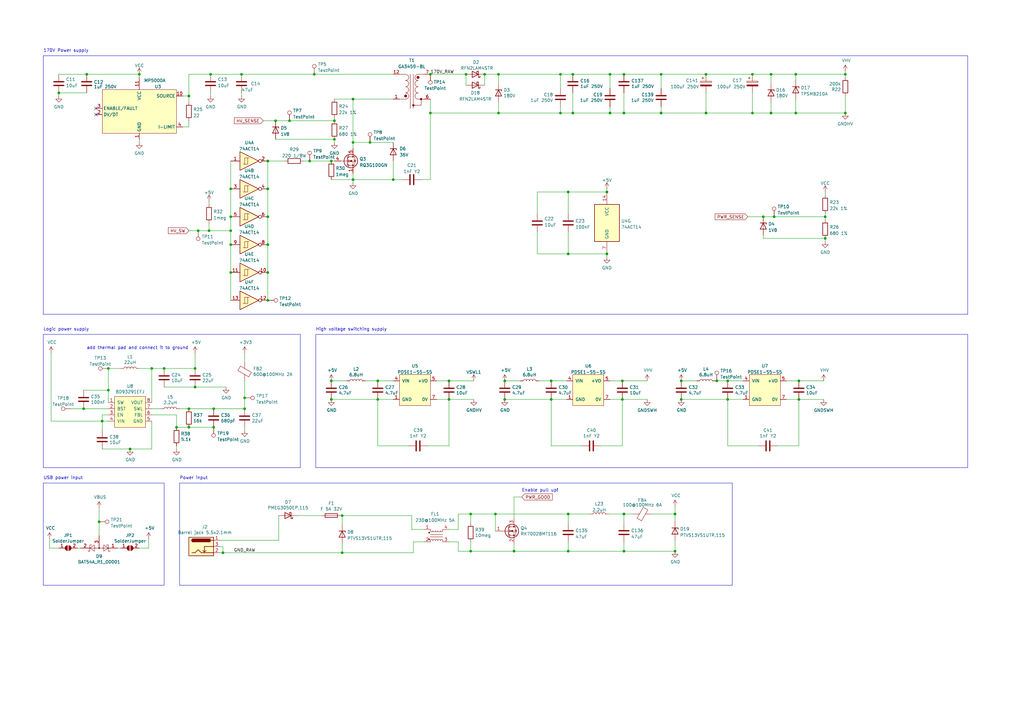
<source format=kicad_sch>
(kicad_sch (version 20230121) (generator eeschema)
  (paper "A3")
  (title_block (title "EL Controller - Power supply") (date "2022-01-22") (rev "2") (company "Light by Christian Baldus"))
  (junction (at 207.01 156.21))
  (junction (at 100.33 167.64))
  (junction (at 298.45 163.83))
  (junction (at 72.39 175.26))
  (junction (at 248.92 78.74))
  (junction (at 226.06 163.83))
  (junction (at 233.045 226.06))
  (junction (at 346.71 46.355))
  (junction (at 41.91 172.72))
  (junction (at 294.005 156.21))
  (junction (at 210.82 226.06))
  (junction (at 34.29 167.64))
  (junction (at 140.335 211.455))
  (junction (at 127 66.04))
  (junction (at 99.06 30.48))
  (junction (at 67.31 151.13))
  (junction (at 24.13 38.1))
  (junction (at 229.87 46.355))
  (junction (at 77.47 167.64))
  (junction (at 233.045 104.14))
  (junction (at 326.39 46.355))
  (junction (at 198.755 30.48))
  (junction (at 191.135 30.48))
  (junction (at 255.905 226.06))
  (junction (at 144.78 73.66))
  (junction (at 100.33 163.195))
  (junction (at 91.44 226.695))
  (junction (at 255.905 30.48))
  (junction (at 94.615 94.615))
  (junction (at 109.855 100.33))
  (junction (at 298.45 156.21))
  (junction (at 338.455 97.79))
  (junction (at 317.5 88.9))
  (junction (at 85.725 94.615))
  (junction (at 271.145 30.48))
  (junction (at 40.64 213.995))
  (junction (at 255.905 46.355))
  (junction (at 87.63 175.26))
  (junction (at 77.47 39.37))
  (junction (at 137.16 57.15))
  (junction (at 161.29 73.66))
  (junction (at 203.2 210.82))
  (junction (at 193.04 210.82))
  (junction (at 80.01 151.13))
  (junction (at 327.66 163.83))
  (junction (at 193.04 226.06))
  (junction (at 327.66 156.21))
  (junction (at 255.905 210.82))
  (junction (at 118.745 49.53))
  (junction (at 109.855 66.04))
  (junction (at 151.765 58.42))
  (junction (at 81.28 94.615))
  (junction (at 94.615 88.9))
  (junction (at 87.63 167.64))
  (junction (at 204.47 46.355))
  (junction (at 184.15 156.21))
  (junction (at 44.45 160.02))
  (junction (at 316.23 30.48))
  (junction (at 80.01 158.75))
  (junction (at 109.855 111.76))
  (junction (at 255.27 163.83))
  (junction (at 229.87 30.48))
  (junction (at 234.95 30.48))
  (junction (at 176.53 46.355))
  (junction (at 313.055 88.9))
  (junction (at 94.615 77.47))
  (junction (at 35.56 30.48))
  (junction (at 326.39 30.48))
  (junction (at 135.89 163.83))
  (junction (at 109.855 88.9))
  (junction (at 86.36 30.48))
  (junction (at 271.145 46.355))
  (junction (at 276.86 210.82))
  (junction (at 276.86 226.06))
  (junction (at 144.78 58.42))
  (junction (at 233.045 210.82))
  (junction (at 135.89 156.21))
  (junction (at 248.92 104.14))
  (junction (at 289.56 30.48))
  (junction (at 135.89 66.04))
  (junction (at 234.95 46.355))
  (junction (at 226.06 156.21))
  (junction (at 128.905 30.48))
  (junction (at 57.15 30.48))
  (junction (at 144.78 40.64))
  (junction (at 62.23 151.13))
  (junction (at 94.615 100.33))
  (junction (at 316.23 46.355))
  (junction (at 109.855 77.47))
  (junction (at 289.56 46.355))
  (junction (at 137.16 49.53))
  (junction (at 233.045 78.74))
  (junction (at 308.61 46.355))
  (junction (at 154.94 163.83))
  (junction (at 154.94 156.21))
  (junction (at 346.71 30.48))
  (junction (at 338.455 88.9))
  (junction (at 204.47 30.48))
  (junction (at 279.4 163.83))
  (junction (at 207.01 163.83))
  (junction (at 250.19 30.48))
  (junction (at 44.45 151.13))
  (junction (at 94.615 111.76))
  (junction (at 113.03 49.53))
  (junction (at 140.335 226.695))
  (junction (at 176.53 30.48))
  (junction (at 109.855 123.19))
  (junction (at 184.15 163.83))
  (junction (at 255.27 156.21))
  (junction (at 77.47 175.26))
  (junction (at 250.19 46.355))
  (junction (at 279.4 156.21))
  (junction (at 308.61 30.48))
  (junction (at 53.34 184.15))
  (no_connect (at 39.37 44.45))
  (no_connect (at 39.37 46.99))
  (wire (pts (xy 140.335 211.455) (xy 140.335 215.265)))
  (wire (pts (xy 41.91 170.18) (xy 41.91 172.72)))
  (wire (pts (xy 271.145 30.48) (xy 271.145 36.195)))
  (wire (pts (xy 109.855 66.04) (xy 109.855 77.47)))
  (wire (pts (xy 233.045 78.74) (xy 233.045 87.63)))
  (wire (pts (xy 184.15 182.88) (xy 184.15 163.83)))
  (wire (pts (xy 72.39 175.26) (xy 77.47 175.26)))
  (wire (pts (xy 289.56 46.355) (xy 308.61 46.355)))
  (wire (pts (xy 139.7 211.455) (xy 140.335 211.455)))
  (wire (pts (xy 233.045 78.74) (xy 248.92 78.74)))
  (wire (pts (xy 276.86 221.615) (xy 276.86 226.06)))
  (wire (pts (xy 255.27 182.88) (xy 255.27 163.83)))
  (wire (pts (xy 85.725 82.55) (xy 85.725 83.82)))
  (wire (pts (xy 144.78 58.42) (xy 151.765 58.42)))
  (wire (pts (xy 304.8 163.83) (xy 298.45 163.83)))
  (wire (pts (xy 67.31 151.13) (xy 62.23 151.13)))
  (wire (pts (xy 326.39 46.355) (xy 346.71 46.355)))
  (wire (pts (xy 135.89 73.66) (xy 144.78 73.66)))
  (wire (pts (xy 187.96 210.82) (xy 193.04 210.82)))
  (wire (pts (xy 77.47 175.26) (xy 87.63 175.26)))
  (wire (pts (xy 44.45 167.64) (xy 34.29 167.64)))
  (polyline (pts (xy 17.78 128.905) (xy 396.875 128.905)))
  (wire (pts (xy 250.19 163.83) (xy 255.27 163.83)))
  (wire (pts (xy 294.005 156.21) (xy 298.45 156.21)))
  (wire (pts (xy 91.44 226.695) (xy 140.335 226.695)))
  (wire (pts (xy 24.13 30.48) (xy 35.56 30.48)))
  (wire (pts (xy 140.335 226.695) (xy 169.545 226.695)))
  (wire (pts (xy 187.96 222.25) (xy 187.96 226.06)))
  (wire (pts (xy 279.4 156.21) (xy 285.75 156.21)))
  (wire (pts (xy 137.16 57.15) (xy 137.16 58.42)))
  (wire (pts (xy 194.31 156.21) (xy 184.15 156.21)))
  (wire (pts (xy 289.56 38.1) (xy 289.56 46.355)))
  (wire (pts (xy 144.78 71.12) (xy 144.78 73.66)))
  (wire (pts (xy 127 66.04) (xy 135.89 66.04)))
  (polyline (pts (xy 17.78 191.77) (xy 123.19 191.77)))
  (wire (pts (xy 220.345 104.14) (xy 233.045 104.14)))
  (wire (pts (xy 255.905 38.1) (xy 255.905 46.355)))
  (wire (pts (xy 233.045 210.82) (xy 233.045 214.63)))
  (wire (pts (xy 173.99 217.17) (xy 168.91 217.17)))
  (wire (pts (xy 289.56 30.48) (xy 308.61 30.48)))
  (wire (pts (xy 346.71 30.48) (xy 346.71 31.75)))
  (wire (pts (xy 29.21 167.64) (xy 34.29 167.64)))
  (wire (pts (xy 20.32 224.79) (xy 24.13 224.79)))
  (wire (pts (xy 81.28 94.615) (xy 85.725 94.615)))
  (wire (pts (xy 234.95 30.48) (xy 250.19 30.48)))
  (wire (pts (xy 35.56 30.48) (xy 57.15 30.48)))
  (wire (pts (xy 100.33 176.53) (xy 100.33 175.26)))
  (wire (pts (xy 198.755 30.48) (xy 198.755 34.925)))
  (wire (pts (xy 128.905 30.48) (xy 161.29 30.48)))
  (wire (pts (xy 234.95 46.355) (xy 250.19 46.355)))
  (wire (pts (xy 99.06 30.48) (xy 128.905 30.48)))
  (wire (pts (xy 327.66 163.83) (xy 337.82 163.83)))
  (wire (pts (xy 49.53 151.13) (xy 44.45 151.13)))
  (wire (pts (xy 220.98 156.21) (xy 226.06 156.21)))
  (wire (pts (xy 233.045 226.06) (xy 233.045 222.25)))
  (wire (pts (xy 226.06 182.88) (xy 226.06 163.83)))
  (wire (pts (xy 100.33 163.195) (xy 100.33 167.64)))
  (polyline (pts (xy 17.78 198.12) (xy 67.31 198.12)))
  (wire (pts (xy 255.905 46.355) (xy 271.145 46.355)))
  (polyline (pts (xy 396.875 22.86) (xy 396.875 128.905)))
  (wire (pts (xy 210.82 212.725) (xy 210.82 203.835)))
  (wire (pts (xy 20.32 220.98) (xy 20.32 224.79)))
  (wire (pts (xy 226.06 156.21) (xy 232.41 156.21)))
  (wire (pts (xy 114.3 211.455) (xy 114.3 221.615)))
  (wire (pts (xy 226.06 163.83) (xy 207.01 163.83)))
  (wire (pts (xy 271.145 46.355) (xy 289.56 46.355)))
  (wire (pts (xy 62.23 170.18) (xy 72.39 170.18)))
  (wire (pts (xy 94.615 88.9) (xy 94.615 94.615)))
  (wire (pts (xy 184.15 217.17) (xy 187.96 217.17)))
  (wire (pts (xy 99.06 38.1) (xy 99.06 39.37)))
  (polyline (pts (xy 396.875 191.77) (xy 396.875 137.16)))
  (wire (pts (xy 94.615 66.04) (xy 94.615 77.47)))
  (wire (pts (xy 91.44 226.695) (xy 90.17 226.695)))
  (wire (pts (xy 77.47 30.48) (xy 77.47 39.37)))
  (wire (pts (xy 167.64 182.88) (xy 154.94 182.88)))
  (wire (pts (xy 144.78 73.66) (xy 144.78 74.93)))
  (wire (pts (xy 191.135 30.48) (xy 191.135 34.925)))
  (wire (pts (xy 293.37 156.21) (xy 294.005 156.21)))
  (wire (pts (xy 137.16 48.26) (xy 137.16 49.53)))
  (wire (pts (xy 265.43 156.21) (xy 255.27 156.21)))
  (wire (pts (xy 72.39 170.18) (xy 72.39 175.26)))
  (wire (pts (xy 109.855 100.33) (xy 109.855 111.76)))
  (polyline (pts (xy 17.78 137.16) (xy 17.78 191.77)))
  (wire (pts (xy 90.17 221.615) (xy 114.3 221.615)))
  (wire (pts (xy 140.335 222.885) (xy 140.335 226.695)))
  (wire (pts (xy 322.58 163.83) (xy 327.66 163.83)))
  (wire (pts (xy 298.45 182.88) (xy 298.45 163.83)))
  (wire (pts (xy 248.92 77.47) (xy 248.92 78.74)))
  (wire (pts (xy 250.19 43.815) (xy 250.19 46.355)))
  (wire (pts (xy 109.855 77.47) (xy 109.855 88.9)))
  (wire (pts (xy 80.01 158.75) (xy 67.31 158.75)))
  (wire (pts (xy 248.92 104.14) (xy 233.045 104.14)))
  (wire (pts (xy 135.89 66.04) (xy 137.16 66.04)))
  (wire (pts (xy 94.615 100.33) (xy 94.615 111.76)))
  (wire (pts (xy 87.63 167.64) (xy 100.33 167.64)))
  (wire (pts (xy 48.26 224.79) (xy 49.53 224.79)))
  (wire (pts (xy 313.055 97.79) (xy 313.055 96.52)))
  (wire (pts (xy 20.955 144.78) (xy 20.955 172.72)))
  (wire (pts (xy 338.455 97.79) (xy 338.455 99.06)))
  (wire (pts (xy 176.53 30.48) (xy 191.135 30.48)))
  (wire (pts (xy 77.47 30.48) (xy 86.36 30.48)))
  (wire (pts (xy 267.335 210.82) (xy 276.86 210.82)))
  (wire (pts (xy 255.905 222.25) (xy 255.905 226.06)))
  (wire (pts (xy 203.2 210.82) (xy 203.2 217.805)))
  (wire (pts (xy 203.2 210.82) (xy 233.045 210.82)))
  (wire (pts (xy 91.44 224.155) (xy 91.44 226.695)))
  (wire (pts (xy 193.04 226.06) (xy 210.82 226.06)))
  (wire (pts (xy 57.15 30.48) (xy 57.15 31.75)))
  (wire (pts (xy 187.96 226.06) (xy 193.04 226.06)))
  (wire (pts (xy 118.745 49.53) (xy 137.16 49.53)))
  (wire (pts (xy 41.91 172.72) (xy 41.91 176.53)))
  (wire (pts (xy 220.345 78.74) (xy 233.045 78.74)))
  (wire (pts (xy 41.91 172.72) (xy 44.45 172.72)))
  (wire (pts (xy 311.15 182.88) (xy 298.45 182.88)))
  (wire (pts (xy 24.13 39.37) (xy 24.13 38.1)))
  (wire (pts (xy 44.45 151.13) (xy 44.45 160.02)))
  (wire (pts (xy 62.23 167.64) (xy 66.04 167.64)))
  (wire (pts (xy 62.23 184.15) (xy 62.23 172.72)))
  (wire (pts (xy 40.64 213.995) (xy 40.64 219.71)))
  (wire (pts (xy 207.01 156.21) (xy 213.36 156.21)))
  (wire (pts (xy 113.03 57.15) (xy 137.16 57.15)))
  (wire (pts (xy 24.13 38.1) (xy 35.56 38.1)))
  (wire (pts (xy 346.71 29.21) (xy 346.71 30.48)))
  (wire (pts (xy 161.29 73.66) (xy 144.78 73.66)))
  (wire (pts (xy 113.03 49.53) (xy 118.745 49.53)))
  (wire (pts (xy 80.01 151.13) (xy 67.31 151.13)))
  (wire (pts (xy 109.855 88.9) (xy 109.855 100.33)))
  (polyline (pts (xy 73.66 240.03) (xy 300.355 240.03)))
  (wire (pts (xy 249.555 210.82) (xy 255.905 210.82)))
  (wire (pts (xy 149.86 156.21) (xy 154.94 156.21)))
  (wire (pts (xy 276.86 210.82) (xy 276.86 213.995)))
  (wire (pts (xy 338.455 88.9) (xy 338.455 90.17)))
  (wire (pts (xy 308.61 38.1) (xy 308.61 46.355)))
  (wire (pts (xy 77.47 52.07) (xy 74.93 52.07)))
  (wire (pts (xy 322.58 156.21) (xy 327.66 156.21)))
  (wire (pts (xy 229.87 46.355) (xy 234.95 46.355)))
  (wire (pts (xy 326.39 33.02) (xy 326.39 30.48)))
  (wire (pts (xy 179.07 163.83) (xy 184.15 163.83)))
  (wire (pts (xy 100.33 144.78) (xy 100.33 148.59)))
  (polyline (pts (xy 396.875 137.16) (xy 129.54 137.16)))
  (polyline (pts (xy 17.78 128.905) (xy 17.78 22.86)))
  (wire (pts (xy 173.99 222.25) (xy 169.545 222.25)))
  (wire (pts (xy 233.045 104.14) (xy 233.045 95.25)))
  (polyline (pts (xy 129.54 191.77) (xy 396.875 191.77)))
  (wire (pts (xy 346.71 39.37) (xy 346.71 46.355)))
  (wire (pts (xy 176.53 46.355) (xy 176.53 73.66)))
  (wire (pts (xy 94.615 77.47) (xy 94.615 88.9)))
  (wire (pts (xy 77.47 167.64) (xy 87.63 167.64)))
  (wire (pts (xy 154.94 156.21) (xy 161.29 156.21)))
  (wire (pts (xy 176.53 40.64) (xy 176.53 46.355)))
  (wire (pts (xy 250.19 30.48) (xy 255.905 30.48)))
  (wire (pts (xy 94.615 94.615) (xy 85.725 94.615)))
  (wire (pts (xy 229.87 43.815) (xy 229.87 46.355)))
  (wire (pts (xy 313.055 88.9) (xy 317.5 88.9)))
  (wire (pts (xy 161.29 66.04) (xy 161.29 73.66)))
  (wire (pts (xy 246.38 182.88) (xy 255.27 182.88)))
  (wire (pts (xy 204.47 46.355) (xy 229.87 46.355)))
  (wire (pts (xy 204.47 30.48) (xy 229.87 30.48)))
  (polyline (pts (xy 129.54 137.16) (xy 129.54 191.77)))
  (wire (pts (xy 193.04 222.25) (xy 193.04 226.06)))
  (wire (pts (xy 73.66 167.64) (xy 77.47 167.64)))
  (wire (pts (xy 140.335 211.455) (xy 168.91 211.455)))
  (wire (pts (xy 86.36 38.1) (xy 86.36 39.37)))
  (wire (pts (xy 100.33 156.21) (xy 100.33 163.195)))
  (wire (pts (xy 255.905 214.63) (xy 255.905 210.82)))
  (wire (pts (xy 90.17 224.155) (xy 91.44 224.155)))
  (wire (pts (xy 298.45 156.21) (xy 304.8 156.21)))
  (wire (pts (xy 187.96 210.82) (xy 187.96 217.17)))
  (wire (pts (xy 193.04 210.82) (xy 193.04 214.63)))
  (wire (pts (xy 176.53 46.355) (xy 204.47 46.355)))
  (wire (pts (xy 255.905 210.82) (xy 259.715 210.82)))
  (polyline (pts (xy 17.78 198.12) (xy 17.78 240.03)))
  (wire (pts (xy 168.91 217.17) (xy 168.91 211.455)))
  (wire (pts (xy 234.95 38.1) (xy 234.95 46.355)))
  (wire (pts (xy 193.04 210.82) (xy 203.2 210.82)))
  (polyline (pts (xy 17.78 22.86) (xy 396.875 22.86)))
  (wire (pts (xy 86.36 30.48) (xy 99.06 30.48)))
  (wire (pts (xy 175.26 182.88) (xy 184.15 182.88)))
  (wire (pts (xy 271.145 30.48) (xy 289.56 30.48)))
  (wire (pts (xy 255.27 163.83) (xy 265.43 163.83)))
  (wire (pts (xy 137.16 40.64) (xy 144.78 40.64)))
  (wire (pts (xy 210.82 203.835) (xy 213.995 203.835)))
  (wire (pts (xy 109.855 111.76) (xy 109.855 123.19)))
  (wire (pts (xy 198.755 30.48) (xy 204.47 30.48)))
  (wire (pts (xy 57.15 151.13) (xy 62.23 151.13)))
  (wire (pts (xy 57.15 224.79) (xy 60.96 224.79)))
  (polyline (pts (xy 17.78 240.03) (xy 67.31 240.03)))
  (wire (pts (xy 271.145 43.815) (xy 271.145 46.355)))
  (wire (pts (xy 132.08 211.455) (xy 121.92 211.455)))
  (wire (pts (xy 326.39 30.48) (xy 346.71 30.48)))
  (wire (pts (xy 72.39 184.15) (xy 72.39 182.88)))
  (wire (pts (xy 248.92 104.14) (xy 248.92 105.41)))
  (polyline (pts (xy 300.355 240.03) (xy 300.355 198.12)))
  (wire (pts (xy 337.82 156.21) (xy 327.66 156.21)))
  (wire (pts (xy 41.91 184.15) (xy 53.34 184.15)))
  (wire (pts (xy 151.765 58.42) (xy 161.29 58.42)))
  (wire (pts (xy 144.78 40.64) (xy 144.78 58.42)))
  (wire (pts (xy 308.61 46.355) (xy 316.23 46.355)))
  (wire (pts (xy 31.75 224.79) (xy 33.02 224.79)))
  (wire (pts (xy 44.45 170.18) (xy 41.91 170.18)))
  (polyline (pts (xy 73.66 198.12) (xy 300.355 198.12)))
  (wire (pts (xy 57.15 57.15) (xy 57.15 58.42)))
  (wire (pts (xy 233.045 210.82) (xy 241.935 210.82)))
  (wire (pts (xy 144.78 40.64) (xy 161.29 40.64)))
  (wire (pts (xy 184.15 163.83) (xy 194.31 163.83)))
  (wire (pts (xy 154.94 163.83) (xy 135.89 163.83)))
  (wire (pts (xy 276.86 226.06) (xy 255.905 226.06)))
  (wire (pts (xy 327.66 182.88) (xy 327.66 163.83)))
  (wire (pts (xy 77.47 49.53) (xy 77.47 52.07)))
  (wire (pts (xy 233.045 226.06) (xy 255.905 226.06)))
  (wire (pts (xy 298.45 163.83) (xy 279.4 163.83)))
  (wire (pts (xy 276.86 207.645) (xy 276.86 210.82)))
  (wire (pts (xy 220.345 87.63) (xy 220.345 78.74)))
  (wire (pts (xy 77.47 94.615) (xy 81.28 94.615)))
  (wire (pts (xy 250.19 30.48) (xy 250.19 36.195)))
  (wire (pts (xy 238.76 182.88) (xy 226.06 182.88)))
  (polyline (pts (xy 73.66 198.12) (xy 73.66 240.03)))
  (wire (pts (xy 85.725 94.615) (xy 85.725 91.44)))
  (wire (pts (xy 316.23 46.355) (xy 326.39 46.355)))
  (wire (pts (xy 161.29 73.66) (xy 165.1 73.66)))
  (wire (pts (xy 161.29 163.83) (xy 154.94 163.83)))
  (wire (pts (xy 229.87 30.48) (xy 229.87 36.195)))
  (polyline (pts (xy 67.31 198.12) (xy 67.31 240.03)))
  (wire (pts (xy 60.96 224.79) (xy 60.96 220.98)))
  (wire (pts (xy 250.19 46.355) (xy 255.905 46.355)))
  (polyline (pts (xy 123.19 137.16) (xy 123.19 191.77)))
  (wire (pts (xy 204.47 30.48) (xy 204.47 34.29)))
  (wire (pts (xy 338.455 78.74) (xy 338.455 80.01)))
  (wire (pts (xy 317.5 88.9) (xy 338.455 88.9)))
  (wire (pts (xy 308.61 30.48) (xy 316.23 30.48)))
  (wire (pts (xy 210.82 222.885) (xy 210.82 226.06)))
  (wire (pts (xy 232.41 163.83) (xy 226.06 163.83)))
  (polyline (pts (xy 17.78 137.16) (xy 123.19 137.16)))
  (wire (pts (xy 306.705 88.9) (xy 313.055 88.9)))
  (wire (pts (xy 229.87 30.48) (xy 234.95 30.48)))
  (wire (pts (xy 109.855 66.04) (xy 116.84 66.04)))
  (wire (pts (xy 172.72 73.66) (xy 176.53 73.66)))
  (wire (pts (xy 326.39 40.64) (xy 326.39 46.355)))
  (wire (pts (xy 250.19 156.21) (xy 255.27 156.21)))
  (wire (pts (xy 144.78 58.42) (xy 144.78 60.96)))
  (wire (pts (xy 179.07 156.21) (xy 184.15 156.21)))
  (wire (pts (xy 318.77 182.88) (xy 327.66 182.88)))
  (wire (pts (xy 62.23 165.1) (xy 62.23 151.13)))
  (wire (pts (xy 44.45 165.1) (xy 44.45 160.02)))
  (wire (pts (xy 154.94 182.88) (xy 154.94 163.83)))
  (wire (pts (xy 338.455 97.79) (xy 313.055 97.79)))
  (wire (pts (xy 40.64 208.28) (xy 40.64 213.995)))
  (wire (pts (xy 94.615 111.76) (xy 94.615 123.19)))
  (wire (pts (xy 80.01 144.78) (xy 80.01 151.13)))
  (wire (pts (xy 338.455 87.63) (xy 338.455 88.9)))
  (wire (pts (xy 316.23 30.48) (xy 326.39 30.48)))
  (wire (pts (xy 204.47 41.91) (xy 204.47 46.355)))
  (wire (pts (xy 92.71 158.75) (xy 80.01 158.75)))
  (wire (pts (xy 316.23 41.91) (xy 316.23 46.355)))
  (wire (pts (xy 169.545 222.25) (xy 169.545 226.695)))
  (wire (pts (xy 210.82 226.06) (xy 233.045 226.06)))
  (wire (pts (xy 124.46 66.04) (xy 127 66.04)))
  (wire (pts (xy 74.93 39.37) (xy 77.47 39.37)))
  (wire (pts (xy 77.47 39.37) (xy 77.47 41.91)))
  (wire (pts (xy 44.45 160.02) (xy 34.29 160.02)))
  (wire (pts (xy 20.955 172.72) (xy 41.91 172.72)))
  (wire (pts (xy 316.23 34.29) (xy 316.23 30.48)))
  (wire (pts (xy 255.905 30.48) (xy 271.145 30.48)))
  (wire (pts (xy 53.34 184.15) (xy 62.23 184.15)))
  (wire (pts (xy 94.615 94.615) (xy 94.615 100.33)))
  (wire (pts (xy 220.345 95.25) (xy 220.345 104.14)))
  (wire (pts (xy 135.89 156.21) (xy 142.24 156.21)))
  (wire (pts (xy 107.95 49.53) (xy 113.03 49.53)))
  (wire (pts (xy 184.15 222.25) (xy 187.96 222.25)))
  (text "High voltage switching supply" (at 129.54 135.89 0) (effects (font (size 1.27 1.27)) (justify left bottom)))
  (text "USB power input" (at 17.78 196.85 0) (effects (font (size 1.27 1.27)) (justify left bottom)))
  (text "Enable pull up!" (at 213.995 201.93 0) (effects (font (size 1.27 1.27)) (justify left bottom)))
  (text "Logic power supply" (at 17.78 135.89 0) (effects (font (size 1.27 1.27)) (justify left bottom)))
  (text "add thermal pad and connect it to ground" (at 35.56 143.51 0) (effects (font (size 1.27 1.27)) (justify left bottom)))
  (text "170V Power supply" (at 17.78 21.59 0) (effects (font (size 1.27 1.27)) (justify left bottom)))
  (text "Power input" (at 73.66 196.85 0) (effects (font (size 1.27 1.27)) (justify left bottom)))
  (label "GND_RAW" (at 95.885 226.695 0))
  (label "170V_RAW" (at 176.53 30.48 0))
  (global_label "HV_SENSE" (shape input) (at 107.95 49.53 180) (property "Intersheetrefs" "${INTERSHEET_REFS}" (effects hide)))
  (global_label "PWR_GOOD" (shape input) (at 213.995 203.835 0) (property "Intersheetrefs" "${INTERSHEET_REFS}" (effects hide)))
  (global_label "PWR_SENSE" (shape input) (at 306.705 88.9 180) (property "Intersheetrefs" "${INTERSHEET_REFS}" (effects hide)))
  (global_label "HV_SW" (shape input) (at 77.47 94.615 180) (property "Intersheetrefs" "${INTERSHEET_REFS}" (effects hide)))
  (symbol (lib_id "Device:C") (at 184.15 160.02 0) (unit 1)
    (property "Reference" "C28" (at 187.071 158.8516 0) (effects (justify left)))
    (property "Value" "10uF" (at 187.071 161.163 0) (effects (justify left)))
    (property "Footprint" "Capacitor_SMD:C_0805_2012Metric" (effects hide))
  )
  (symbol (lib_id "Device:L") (at 146.05 156.21 90) (unit 1)
    (property "Reference" "L2" (at 146.05 151.384 90))
    (property "Value" "6.8uH" (at 146.05 153.6954 90))
    (property "Footprint" "Inductor_SMD:L_1210_3225Metric" (effects hide))
  )
  (symbol (lib_id "Device:C") (at 171.45 182.88 270) (unit 1)
    (property "Reference" "C39" (at 171.45 176.4792 90))
    (property "Value" "1nF Y2" (at 171.45 178.7906 90))
    (property "Footprint" "Capacitor_THT:C_Disc_D7.5mm_W5.0mm_P10.00mm" (effects hide))
  )
  (symbol (lib_id "Device:C") (at 135.89 160.02 0) (unit 1)
    (property "Reference" "C26" (at 138.8872 158.8516 0) (effects (justify left)))
    (property "Value" "4.7uF" (at 138.8872 161.163 0) (effects (justify left)))
    (property "Footprint" "Capacitor_SMD:C_0805_2012Metric" (effects hide))
  )
  (symbol (lib_id "Device:C") (at 154.94 160.02 0) (unit 1)
    (property "Reference" "C27" (at 157.9372 158.8516 0) (effects (justify left)))
    (property "Value" "4.7uF" (at 157.9372 161.163 0) (effects (justify left)))
    (property "Footprint" "Capacitor_SMD:C_0805_2012Metric" (effects hide))
  )
  (symbol (lib_id "power:GND") (at 135.89 163.83 0) (unit 1)
    (property "Reference" "#PWR047" (effects hide))
    (property "Value" "GND" (at 136.017 168.2242 0))
  )
  (symbol (lib_id "power:+5V") (at 135.89 156.21 0) (unit 1)
    (property "Reference" "#PWR040" (effects hide))
    (property "Value" "+5V" (at 136.271 151.8158 0))
  )
  (symbol (lib_id "el_components:GNDHV") (at 194.31 163.83 0) (unit 1)
    (property "Reference" "#PWR048" (effects hide))
    (property "Value" "GNDHV" (at 194.437 168.2242 0))
  )
  (symbol (lib_id "Device:C") (at 255.27 160.02 0) (unit 1)
    (property "Reference" "C31" (at 258.191 158.8516 0) (effects (justify left)))
    (property "Value" "10uF" (at 258.191 161.163 0) (effects (justify left)))
    (property "Footprint" "Capacitor_SMD:C_0805_2012Metric" (effects hide))
  )
  (symbol (lib_id "Device:L") (at 217.17 156.21 90) (unit 1)
    (property "Reference" "L3" (at 217.17 151.384 90))
    (property "Value" "6.8uH" (at 217.17 153.6954 90))
    (property "Footprint" "Inductor_SMD:L_1210_3225Metric" (effects hide))
  )
  (symbol (lib_id "Device:C") (at 242.57 182.88 270) (unit 1)
    (property "Reference" "C40" (at 242.57 176.4792 90))
    (property "Value" "1nF Y2" (at 242.57 178.7906 90))
    (property "Footprint" "Capacitor_THT:C_Disc_D7.5mm_W5.0mm_P10.00mm" (effects hide))
  )
  (symbol (lib_id "Device:C") (at 207.01 160.02 0) (unit 1)
    (property "Reference" "C29" (at 210.0072 158.8516 0) (effects (justify left)))
    (property "Value" "4.7uF" (at 210.0072 161.163 0) (effects (justify left)))
    (property "Footprint" "Capacitor_SMD:C_0805_2012Metric" (effects hide))
  )
  (symbol (lib_id "Device:C") (at 226.06 160.02 0) (unit 1)
    (property "Reference" "C30" (at 229.0572 158.8516 0) (effects (justify left)))
    (property "Value" "4.7uF" (at 229.0572 161.163 0) (effects (justify left)))
    (property "Footprint" "Capacitor_SMD:C_0805_2012Metric" (effects hide))
  )
  (symbol (lib_id "power:GND") (at 207.01 163.83 0) (unit 1)
    (property "Reference" "#PWR049" (effects hide))
    (property "Value" "GND" (at 207.137 168.2242 0))
  )
  (symbol (lib_id "power:+5V") (at 207.01 156.21 0) (unit 1)
    (property "Reference" "#PWR042" (effects hide))
    (property "Value" "+5V" (at 207.391 151.8158 0))
  )
  (symbol (lib_id "el_components:VHV") (at 265.43 156.21 0) (unit 1)
    (property "Reference" "#PWR043" (effects hide))
    (property "Value" "VHV" (at 265.811 151.8158 0))
  )
  (symbol (lib_id "Device:C") (at 99.06 34.29 0) (unit 1)
    (property "Reference" "C14" (at 102.87 34.29 0) (effects (justify left)))
    (property "Value" "47uF" (at 99.06 36.83 0) (effects (justify left)))
    (property "Footprint" "Capacitor_SMD:C_1210_3225Metric" (effects hide))
  )
  (symbol (lib_id "power:GND") (at 144.78 74.93 0) (unit 1)
    (property "Reference" "#PWR033" (effects hide))
    (property "Value" "GND" (at 144.907 79.3242 0))
  )
  (symbol (lib_id "power:GND") (at 99.06 39.37 0) (unit 1)
    (property "Reference" "#PWR027" (effects hide))
    (property "Value" "GND" (at 99.187 43.7642 0))
  )
  (symbol (lib_id "Device:D_Zener") (at 161.29 62.23 270) (unit 1)
    (property "Reference" "D6" (at 163.83 60.96 90) (effects (justify left)))
    (property "Value" "36V" (at 163.83 63.5 90) (effects (justify left)))
    (property "Footprint" "EL-footprints:D_SOD-323" (effects hide))
  )
  (symbol (lib_id "Device:D_Zener") (at 204.47 38.1 270) (unit 1)
    (property "Reference" "D3" (at 206.502 36.9316 90) (effects (justify left)))
    (property "Value" "180V" (at 206.502 39.243 90) (effects (justify left)))
    (property "Footprint" "Diode_SMD:D_SMF" (effects hide))
    (property "Datasheet" "https://www.mouser.de/datasheet/2/427/VISH_S_A0008998136_1-2570582.pdf" (effects hide))
  )
  (symbol (lib_id "Device:R") (at 346.71 35.56 180) (unit 1)
    (property "Reference" "R22" (at 344.932 36.7284 0) (effects (justify left)))
    (property "Value" "200k" (at 344.932 34.417 0) (effects (justify left)))
    (property "Footprint" "Resistor_SMD:R_1206_3216Metric" (effects hide))
  )
  (symbol (lib_id "el_components:VHV") (at 346.71 29.21 0) (unit 1)
    (property "Reference" "#PWR022" (effects hide))
    (property "Value" "VHV" (at 347.091 24.8158 0))
  )
  (symbol (lib_id "Device:Fuse") (at 135.89 211.455 270) (unit 1)
    (property "Reference" "F1" (at 135.89 206.4512 90))
    (property "Value" "F 5A 32V" (at 135.89 208.7626 90))
    (property "Footprint" "Fuse:Fuse_0603_1608Metric" (effects hide))
    (property "Datasheet" "https://www.mouser.de/datasheet/2/315/AFA0000C7-1025982.pdf" (effects hide))
  )
  (symbol (lib_id "Device:FerriteBead") (at 100.33 152.4 0) (unit 1)
    (property "Reference" "FB2" (at 103.8098 151.2316 0) (effects (justify left)))
    (property "Value" "600@100MHz 2A" (at 103.8098 153.543 0) (effects (justify left)))
    (property "Footprint" "Inductor_SMD:L_0805_2012Metric" (effects hide))
  )
  (symbol (lib_id "Diode:BAT54AW") (at 40.64 224.79 180) (unit 1)
    (property "Reference" "D9" (at 40.64 228.1682 0))
    (property "Value" "BAT54A_R1_00001" (at 40.64 230.4796 0))
    (property "Footprint" "Package_TO_SOT_SMD:SOT-23" (effects hide))
    (property "Datasheet" "https://www.mouser.de/datasheet/2/1057/BAT54_SERIES-1869048.pdf" (effects hide))
  )
  (symbol (lib_id "Jumper:SolderJumper_2_Open") (at 27.94 224.79 0) (unit 1)
    (property "Reference" "JP1" (at 27.94 219.583 0))
    (property "Value" "SolderJumper" (at 27.94 221.8944 0))
    (property "Footprint" "Jumper:SolderJumper-2_P1.3mm_Open_RoundedPad1.0x1.5mm" (effects hide))
  )
  (symbol (lib_id "Device:D_Schottky") (at 118.11 211.455 180) (unit 1)
    (property "Reference" "D7" (at 118.11 205.9432 0))
    (property "Value" "PMEG3050EP,115" (at 118.11 208.2546 0))
    (property "Footprint" "EL-footprints:D_SOD-128" (effects hide))
  )
  (symbol (lib_id "Device:Q_NMOS_GSD") (at 208.28 217.805 0) (unit 1)
    (property "Reference" "Q4" (at 213.487 216.6366 0) (effects (justify left)))
    (property "Value" "RK7002BMT116" (at 213.487 218.948 0) (effects (justify left)))
    (property "Footprint" "Package_TO_SOT_SMD:SOT-23" (effects hide))
  )
  (symbol (lib_id "Device:R") (at 193.04 218.44 0) (unit 1)
    (property "Reference" "R39" (at 194.818 217.2716 0) (effects (justify left)))
    (property "Value" "10meg" (at 194.818 219.583 0) (effects (justify left)))
    (property "Footprint" "Resistor_SMD:R_0603_1608Metric" (effects hide))
  )
  (symbol (lib_id "power:VBUS") (at 40.64 208.28 0) (unit 1)
    (property "Reference" "#PWR057" (effects hide))
    (property "Value" "VBUS" (at 41.021 203.8858 0))
  )
  (symbol (lib_id "Connector:Barrel_Jack_Switch") (at 82.55 224.155 0) (unit 1)
    (property "Reference" "J2" (at 83.9978 216.1032 0))
    (property "Value" "Barrel jack 5.5x2.1mm" (at 83.9978 218.4146 0))
    (property "Footprint" "EL-footprints:BarrelJack_Tensility_54-00164_SMT_Horizontal" (effects hide))
  )
  (symbol (lib_id "power:VCC") (at 276.86 207.645 0) (unit 1)
    (property "Reference" "#PWR056" (effects hide))
    (property "Value" "VCC" (at 277.241 203.2508 0))
  )
  (symbol (lib_id "power:GND") (at 276.86 226.06 0) (unit 1)
    (property "Reference" "#PWR060" (effects hide))
    (property "Value" "GND" (at 276.987 230.4542 0))
  )
  (symbol (lib_id "power:+5V") (at 60.96 220.98 0) (unit 1)
    (property "Reference" "#PWR059" (effects hide))
    (property "Value" "+5V" (at 61.341 216.5858 0))
  )
  (symbol (lib_id "power:VCC") (at 20.32 220.98 0) (unit 1)
    (property "Reference" "#PWR058" (effects hide))
    (property "Value" "VCC" (at 20.701 216.5858 0))
  )
  (symbol (lib_id "el_components:BD93291EFJ") (at 53.34 168.91 0) (unit 1)
    (property "Reference" "U8" (at 53.34 158.369 0))
    (property "Value" "BD93291EFJ" (at 53.34 160.6804 0))
    (property "Footprint" "EL-footprints:HTSOP-J8-1EP_6x4.9mm_P1.27mm_EP4.9x3.2mm_ThermalVias" (effects hide))
    (property "Datasheet" "https://www.mouser.de/datasheet/2/348/bd93291efj-e-1874257.pdf" (effects hide))
  )
  (symbol (lib_id "power:VCC") (at 20.955 144.78 0) (unit 1)
    (property "Reference" "#PWR037" (effects hide))
    (property "Value" "VCC" (at 21.336 140.3858 0))
  )
  (symbol (lib_id "Device:C") (at 41.91 180.34 0) (unit 1)
    (property "Reference" "C38" (at 44.831 179.1716 0) (effects (justify left)))
    (property "Value" "10uF" (at 44.831 181.483 0) (effects (justify left)))
    (property "Footprint" "Capacitor_SMD:C_0805_2012Metric" (effects hide))
  )
  (symbol (lib_id "power:GND") (at 53.34 184.15 0) (unit 1)
    (property "Reference" "#PWR054" (effects hide))
    (property "Value" "GND" (at 53.467 188.5442 0))
  )
  (symbol (lib_id "Device:L") (at 53.34 151.13 90) (unit 1)
    (property "Reference" "L1" (at 53.34 146.304 90))
    (property "Value" "22uH" (at 53.34 148.6154 90))
    (property "Footprint" "Inductor_SMD:L_12x12mm_H6mm" (effects hide))
  )
  (symbol (lib_id "Device:C") (at 80.01 154.94 0) (unit 1)
    (property "Reference" "C25" (at 82.931 153.7716 0) (effects (justify left)))
    (property "Value" "22uF" (at 82.931 156.083 0) (effects (justify left)))
    (property "Footprint" "Capacitor_SMD:C_0805_2012Metric" (effects hide))
  )
  (symbol (lib_id "Device:C") (at 67.31 154.94 0) (unit 1)
    (property "Reference" "C24" (at 70.231 153.7716 0) (effects (justify left)))
    (property "Value" "10uF" (at 70.231 156.083 0) (effects (justify left)))
    (property "Footprint" "Capacitor_SMD:C_0805_2012Metric" (effects hide))
  )
  (symbol (lib_id "Device:C") (at 34.29 163.83 0) (unit 1)
    (property "Reference" "C35" (at 37.211 162.6616 0) (effects (justify left)))
    (property "Value" "100nF" (at 37.211 164.973 0) (effects (justify left)))
    (property "Footprint" "Capacitor_SMD:C_0603_1608Metric" (effects hide))
  )
  (symbol (lib_id "power:GND") (at 92.71 158.75 0) (unit 1)
    (property "Reference" "#PWR046" (effects hide))
    (property "Value" "GND" (at 92.837 163.1442 0))
  )
  (symbol (lib_id "Device:L") (at 69.85 167.64 90) (unit 1)
    (property "Reference" "L5" (at 69.85 162.814 90))
    (property "Value" "2.2uH" (at 69.85 165.1254 90))
    (property "Footprint" "EL-footprints:L_0806_2016Metric" (effects hide))
  )
  (symbol (lib_id "Device:C") (at 100.33 171.45 0) (unit 1)
    (property "Reference" "C37" (at 103.251 170.2816 0) (effects (justify left)))
    (property "Value" "22uF" (at 103.251 172.593 0) (effects (justify left)))
    (property "Footprint" "Capacitor_SMD:C_0805_2012Metric" (effects hide))
  )
  (symbol (lib_id "Device:C") (at 87.63 171.45 0) (unit 1)
    (property "Reference" "C36" (at 90.551 170.2816 0) (effects (justify left)))
    (property "Value" "680pF" (at 90.551 172.593 0) (effects (justify left)))
    (property "Footprint" "Capacitor_SMD:C_0603_1608Metric" (effects hide))
  )
  (symbol (lib_id "Device:R") (at 77.47 171.45 0) (unit 1)
    (property "Reference" "R37" (at 79.248 170.2816 0) (effects (justify left)))
    (property "Value" "16k" (at 79.248 172.593 0) (effects (justify left)))
    (property "Footprint" "Resistor_SMD:R_0603_1608Metric" (effects hide))
  )
  (symbol (lib_id "Device:R") (at 72.39 179.07 0) (unit 1)
    (property "Reference" "R38" (at 74.168 177.9016 0) (effects (justify left)))
    (property "Value" "5.1k" (at 74.168 180.213 0) (effects (justify left)))
    (property "Footprint" "Resistor_SMD:R_0603_1608Metric" (effects hide))
  )
  (symbol (lib_id "power:GND") (at 100.33 176.53 0) (unit 1)
    (property "Reference" "#PWR053" (effects hide))
    (property "Value" "GND" (at 100.457 180.9242 0))
  )
  (symbol (lib_id "power:GND") (at 72.39 184.15 0) (unit 1)
    (property "Reference" "#PWR055" (effects hide))
    (property "Value" "GND" (at 72.517 188.5442 0))
  )
  (symbol (lib_id "power:+5V") (at 80.01 144.78 0) (unit 1)
    (property "Reference" "#PWR038" (effects hide))
    (property "Value" "+5V" (at 80.391 140.3858 0))
  )
  (symbol (lib_id "power:+3V3") (at 100.33 144.78 0) (unit 1)
    (property "Reference" "#PWR039" (effects hide))
    (property "Value" "+3V3" (at 100.711 140.3858 0))
  )
  (symbol (lib_id "el_components:GNDSWH") (at 265.43 163.83 0) (unit 1)
    (property "Reference" "#PWR050" (effects hide))
    (property "Value" "GNDSWH" (at 265.43 168.2734 0))
  )
  (symbol (lib_id "Device:D_Zener") (at 140.335 219.075 270) (unit 1)
    (property "Reference" "D8" (at 142.367 218.2403 90) (effects (justify left)))
    (property "Value" "PTVS13VS1UTR,115" (at 142.367 220.7772 90) (effects (justify left)))
    (property "Footprint" "EL-footprints:D_SOD-123W" (effects hide))
  )
  (symbol (lib_id "el_components:PDSE1-S5-S5-D") (at 313.69 161.29 0) (unit 1)
    (property "Reference" "U7" (at 313.69 150.0972 0))
    (property "Value" "PDSE1-S5-S5" (at 313.69 152.6341 0))
    (property "Footprint" "EL-footprints:DIP-8_W7.62mm_S5-S5-D" (effects hide))
    (property "Datasheet" "https://www.mouser.de/datasheet/2/670/pdse1_d-1774645.pdf" (effects hide))
  )
  (symbol (lib_id "power:+5V") (at 85.725 82.55 0) (unit 1)
    (property "Reference" "#PWR035" (effects hide))
    (property "Value" "+5V" (at 85.725 78.9742 0))
  )
  (symbol (lib_id "Device:C") (at 327.66 160.02 0) (unit 1)
    (property "Reference" "C34" (at 330.581 158.8516 0) (effects (justify left)))
    (property "Value" "10uF" (at 330.581 161.163 0) (effects (justify left)))
    (property "Footprint" "Capacitor_SMD:C_0805_2012Metric" (effects hide))
  )
  (symbol (lib_id "el_components:BZX8450-C1V8-QR") (at 113.03 53.34 270) (unit 1)
    (property "Reference" "D5" (at 115.062 52.5053 90) (effects (justify left)))
    (property "Value" "1V8" (at 115.062 55.0422 90) (effects (justify left)))
    (property "Footprint" "Package_TO_SOT_SMD:SOT-23" (effects hide))
  )
  (symbol (lib_id "Connector:TestPoint") (at 40.64 213.995 270) (unit 1)
    (property "Reference" "TP21" (at 45.339 213.1603 90) (effects (justify left)))
    (property "Value" "TestPoint" (at 45.339 215.6972 90) (effects (justify left)))
    (property "Footprint" "EL-footprints:TestPoint_THTPad_D2.0mm_Drill1.0mm" (effects hide))
  )
  (symbol (lib_id "Device:C") (at 250.19 40.005 0) (mirror y) (unit 1)
    (property "Reference" "C19" (at 247.1928 38.8366 0) (effects (justify left)))
    (property "Value" "1uF 250V" (at 247.1928 41.148 0) (effects (justify left)))
    (property "Footprint" "Capacitor_SMD:C_1812_4532Metric" (effects hide))
  )
  (symbol (lib_id "power:+5V") (at 248.92 77.47 0) (unit 1)
    (property "Reference" "#PWR034" (effects hide))
    (property "Value" "+5V" (at 248.92 73.8942 0))
  )
  (symbol (lib_id "Connector:TestPoint") (at 29.21 167.64 90) (unit 1)
    (property "Reference" "TP18" (at 25.908 163.3052 90))
    (property "Value" "TestPoint" (at 25.908 165.8421 90))
    (property "Footprint" "EL-footprints:TestPoint_THTPad_D2.0mm_Drill1.0mm" (effects hide))
  )
  (symbol (lib_id "Device:D_Zener") (at 316.23 38.1 270) (unit 1)
    (property "Reference" "D16" (at 318.262 36.9316 90) (effects (justify left)))
    (property "Value" "180V" (at 318.262 39.243 90) (effects (justify left)))
    (property "Footprint" "Diode_SMD:D_SMF" (effects hide))
    (property "Datasheet" "https://www.mouser.de/datasheet/2/427/VISH_S_A0008998136_1-2570582.pdf" (effects hide))
  )
  (symbol (lib_id "74xx:74HC14") (at 102.235 123.19 0) (unit 6)
    (property "Reference" "U4" (at 102.235 115.6802 0))
    (property "Value" "74ACT14" (at 102.235 118.2171 0))
    (property "Footprint" "Package_SO:SOIC-14_3.9x8.7mm_P1.27mm" (effects hide))
    (property "Datasheet" "https://www.mouser.de/datasheet/2/308/1/MC74AC14_D-2315433.pdf" (effects hide))
  )
  (symbol (lib_id "Connector:TestPoint") (at 128.905 30.48 0) (unit 1)
    (property "Reference" "TP5" (at 130.302 26.3433 0) (effects (justify left)))
    (property "Value" "TestPoint" (at 130.302 28.8802 0) (effects (justify left)))
    (property "Footprint" "EL-footprints:TestPoint_THTPad_D2.0mm_Drill1.0mm" (effects hide))
  )
  (symbol (lib_id "Connector:TestPoint") (at 127 66.04 0) (unit 1)
    (property "Reference" "TP9" (at 128.397 61.9033 0) (effects (justify left)))
    (property "Value" "TestPoint" (at 128.397 64.4402 0) (effects (justify left)))
    (property "Footprint" "EL-footprints:TestPoint_THTPad_D2.0mm_Drill1.0mm" (effects hide))
  )
  (symbol (lib_id "Connector:TestPoint") (at 294.005 156.21 0) (unit 1)
    (property "Reference" "TP16" (at 295.402 152.0733 0) (effects (justify left)))
    (property "Value" "TestPoint" (at 295.402 154.6102 0) (effects (justify left)))
    (property "Footprint" "EL-footprints:TestPoint_THTPad_D2.0mm_Drill1.0mm" (effects hide))
  )
  (symbol (lib_id "el_components:MP5000A") (at 57.15 45.72 0) (unit 1)
    (property "Reference" "U3" (at 64.77 35.56 0))
    (property "Value" "MP5000A" (at 63.5 33.02 0))
    (property "Footprint" "Package_DFN_QFN:DFN-10-1EP_3x3mm_P0.5mm_EP1.7x2.5mm" (effects hide))
    (property "Datasheet" "https://www.mouser.de/datasheet/2/277/MP5000A-1384322.pdf" (effects hide))
  )
  (symbol (lib_id "power:GND") (at 338.455 99.06 0) (unit 1)
    (property "Reference" "#PWR029" (effects hide))
    (property "Value" "GND" (at 338.455 103.5034 0))
  )
  (symbol (lib_id "Device:R") (at 338.455 83.82 0) (unit 1)
    (property "Reference" "R23" (at 340.233 82.9853 0) (effects (justify left)))
    (property "Value" "22k 1%" (at 340.233 85.5222 0) (effects (justify left)))
    (property "Footprint" "Resistor_SMD:R_0603_1608Metric" (effects hide))
  )
  (symbol (lib_id "Device:R") (at 85.725 87.63 0) (unit 1)
    (property "Reference" "R32" (at 87.503 86.7953 0) (effects (justify left)))
    (property "Value" "1meg" (at 87.503 89.3322 0) (effects (justify left)))
    (property "Footprint" "Resistor_SMD:R_0603_1608Metric" (effects hide))
  )
  (symbol (lib_id "el_components:GNDHV") (at 346.71 46.355 0) (unit 1)
    (property "Reference" "#PWR028" (effects hide))
    (property "Value" "GNDHV" (at 346.71 50.7984 0))
  )
  (symbol (lib_id "Device:L") (at 245.745 210.82 90) (unit 1)
    (property "Reference" "L23" (at 245.745 206.6122 90))
    (property "Value" "2.2uH" (at 245.745 209.1491 90))
    (property "Footprint" "EL-footprints:L_MGAH0603" (effects hide))
  )
  (symbol (lib_id "el_components:PDSE1-S5-S5-D") (at 170.18 161.29 0) (unit 1)
    (property "Reference" "U5" (at 170.18 150.0972 0))
    (property "Value" "PDSE1-S5-S5" (at 170.18 152.6341 0))
    (property "Footprint" "EL-footprints:DIP-8_W7.62mm_S5-S5-D" (effects hide))
    (property "Datasheet" "https://www.mouser.de/datasheet/2/670/pdse1_d-1774645.pdf" (effects hide))
  )
  (symbol (lib_id "power:GND") (at 24.13 39.37 0) (unit 1)
    (property "Reference" "#PWR025" (effects hide))
    (property "Value" "GND" (at 24.13 43.8134 0))
  )
  (symbol (lib_id "Device:C") (at 255.905 218.44 0) (unit 1)
    (property "Reference" "C136" (at 258.826 217.6053 0) (effects (justify left)))
    (property "Value" "47uF" (at 258.826 220.1422 0) (effects (justify left)))
    (property "Footprint" "Capacitor_SMD:C_1210_3225Metric" (effects hide))
  )
  (symbol (lib_id "power:+5V") (at 279.4 156.21 0) (unit 1)
    (property "Reference" "#PWR044" (effects hide))
    (property "Value" "+5V" (at 279.781 151.8158 0))
  )
  (symbol (lib_id "Device:D_Zener") (at 276.86 217.805 270) (unit 1)
    (property "Reference" "D19" (at 278.892 216.9703 90) (effects (justify left)))
    (property "Value" "PTVS13VS1UTR,115" (at 278.892 219.5072 90) (effects (justify left)))
    (property "Footprint" "EL-footprints:D_SOD-123W" (effects hide))
  )
  (symbol (lib_id "74xx:74HC14") (at 102.235 88.9 0) (unit 3)
    (property "Reference" "U4" (at 102.235 81.3902 0))
    (property "Value" "74ACT14" (at 102.235 83.9271 0))
    (property "Footprint" "Package_SO:SOIC-14_3.9x8.7mm_P1.27mm" (effects hide))
    (property "Datasheet" "https://www.mouser.de/datasheet/2/308/1/MC74AC14_D-2315433.pdf" (effects hide))
  )
  (symbol (lib_id "power:VCC") (at 57.15 30.48 0) (unit 1)
    (property "Reference" "#PWR023" (effects hide))
    (property "Value" "VCC" (at 57.15 26.9042 0))
  )
  (symbol (lib_id "Connector:TestPoint") (at 317.5 88.9 0) (unit 1)
    (property "Reference" "TP10" (at 318.897 84.7633 0) (effects (justify left)))
    (property "Value" "TestPoint" (at 318.897 87.3002 0) (effects (justify left)))
    (property "Footprint" "EL-footprints:TestPoint_THTPad_D2.0mm_Drill1.0mm" (effects hide))
  )
  (symbol (lib_id "Device:C") (at 86.36 34.29 0) (unit 1)
    (property "Reference" "C13" (at 89.281 32.5663 0) (effects (justify left)))
    (property "Value" "10uF" (at 89.281 35.1032 0) (effects (justify left)))
    (property "Footprint" "Capacitor_SMD:C_0805_2012Metric" (effects hide))
  )
  (symbol (lib_id "Device:R") (at 137.16 53.34 0) (unit 1)
    (property "Reference" "R27" (at 138.938 52.5053 0) (effects (justify left)))
    (property "Value" "680 1%" (at 138.938 55.0422 0) (effects (justify left)))
    (property "Footprint" "Resistor_SMD:R_0603_1608Metric" (effects hide))
  )
  (symbol (lib_id "Connector:TestPoint") (at 151.765 58.42 0) (unit 1)
    (property "Reference" "TP8" (at 153.162 54.2833 0) (effects (justify left)))
    (property "Value" "TestPoint" (at 153.162 56.8202 0) (effects (justify left)))
    (property "Footprint" "EL-footprints:TestPoint_THTPad_D2.0mm_Drill1.0mm" (effects hide))
  )
  (symbol (lib_id "Connector:TestPoint") (at 87.63 175.26 180) (unit 1)
    (property "Reference" "TP19" (at 89.027 177.7273 0) (effects (justify right)))
    (property "Value" "TestPoint" (at 89.027 180.2642 0) (effects (justify right)))
    (property "Footprint" "EL-footprints:TestPoint_THTPad_D2.0mm_Drill1.0mm" (effects hide))
  )
  (symbol (lib_id "Device:C") (at 279.4 160.02 0) (unit 1)
    (property "Reference" "C32" (at 282.3972 158.8516 0) (effects (justify left)))
    (property "Value" "4.7uF" (at 282.3972 161.163 0) (effects (justify left)))
    (property "Footprint" "Capacitor_SMD:C_0805_2012Metric" (effects hide))
  )
  (symbol (lib_id "Device:R") (at 135.89 69.85 0) (unit 1)
    (property "Reference" "R30" (at 137.668 69.0153 0) (effects (justify left)))
    (property "Value" "1meg" (at 137.668 71.5522 0) (effects (justify left)))
    (property "Footprint" "Resistor_SMD:R_0603_1608Metric" (effects hide))
  )
  (symbol (lib_id "74xx:74HC14") (at 102.235 77.47 0) (unit 2)
    (property "Reference" "U4" (at 102.235 69.9602 0))
    (property "Value" "74ACT14" (at 102.235 72.4971 0))
    (property "Footprint" "Package_SO:SOIC-14_3.9x8.7mm_P1.27mm" (effects hide))
    (property "Datasheet" "https://www.mouser.de/datasheet/2/308/1/MC74AC14_D-2315433.pdf" (effects hide))
  )
  (symbol (lib_id "power:GND") (at 86.36 39.37 0) (unit 1)
    (property "Reference" "#PWR026" (effects hide))
    (property "Value" "GND" (at 86.36 43.8134 0))
  )
  (symbol (lib_id "Device:R") (at 137.16 44.45 0) (unit 1)
    (property "Reference" "R24" (at 138.938 43.6153 0) (effects (justify left)))
    (property "Value" "22k 1%" (at 138.938 46.1522 0) (effects (justify left)))
    (property "Footprint" "Resistor_SMD:R_0603_1608Metric" (effects hide))
  )
  (symbol (lib_id "el_components:VSWL1") (at 194.31 156.21 0) (unit 1)
    (property "Reference" "#PWR041" (effects hide))
    (property "Value" "VSWL1" (at 194.31 152.6342 0))
  )
  (symbol (lib_id "el_components:PDSE1-S5-S5-D") (at 241.3 161.29 0) (unit 1)
    (property "Reference" "U6" (at 241.3 150.0972 0))
    (property "Value" "PDSE1-S5-S5" (at 241.3 152.6341 0))
    (property "Footprint" "EL-footprints:DIP-8_W7.62mm_S5-S5-D" (effects hide))
    (property "Datasheet" "https://www.mouser.de/datasheet/2/670/pdse1_d-1774645.pdf" (effects hide))
  )
  (symbol (lib_name "BZX8450-C1V8-QR_1") (lib_id "el_components:BZX8450-C1V8-QR") (at 313.055 92.71 270) (unit 1)
    (property "Reference" "D4" (at 315.087 91.8753 90) (effects (justify left)))
    (property "Value" "1V8" (at 315.087 94.4122 90) (effects (justify left)))
    (property "Footprint" "Package_TO_SOT_SMD:SOT-23" (effects hide))
  )
  (symbol (lib_id "power:GND") (at 137.16 58.42 0) (unit 1)
    (property "Reference" "#PWR031" (effects hide))
    (property "Value" "GND" (at 137.16 62.8634 0))
  )
  (symbol (lib_id "Device:C") (at 220.345 91.44 0) (unit 1)
    (property "Reference" "C22" (at 223.266 89.7163 0) (effects (justify left)))
    (property "Value" "10uF" (at 223.266 92.2532 0) (effects (justify left)))
    (property "Footprint" "Capacitor_SMD:C_0805_2012Metric" (effects hide))
  )
  (symbol (lib_id "el_components:GNDSWH") (at 337.82 163.83 0) (unit 1)
    (property "Reference" "#PWR052" (effects hide))
    (property "Value" "GNDSWH" (at 337.82 168.2734 0))
  )
  (symbol (lib_id "Device:D_Schottky") (at 194.945 34.925 180) (unit 1)
    (property "Reference" "D18" (at 194.945 38.1 0))
    (property "Value" "RFN2LAM4STR" (at 194.945 40.64 0))
    (property "Footprint" "EL-footprints:D_SOD-128" (effects hide))
    (property "Datasheet" "https://www.mouser.de/datasheet/2/348/rfn2lam4s_e-1869668.pdf" (effects hide))
  )
  (symbol (lib_id "Connector:TestPoint") (at 118.745 49.53 0) (unit 1)
    (property "Reference" "TP7" (at 120.142 45.3933 0) (effects (justify left)))
    (property "Value" "TestPoint" (at 120.142 47.9302 0) (effects (justify left)))
    (property "Footprint" "EL-footprints:TestPoint_THTPad_D2.0mm_Drill1.0mm" (effects hide))
  )
  (symbol (lib_id "el_components:GA3459-BL") (at 168.91 35.56 0) (mirror x) (unit 1)
    (property "Reference" "T1" (at 168.91 24.765 0))
    (property "Value" "GA3459-BL" (at 168.91 27.305 0))
    (property "Footprint" "EL-footprints:GA3459-BL_GA3460-BL" (effects hide))
    (property "Datasheet" "https://www.coilcraft.com/getmedia/eb987d97-6bee-4e60-8a64-a66d4e6e447b/ga3459.pdf" (effects hide))
  )
  (symbol (lib_id "74xx:74HC14") (at 102.235 100.33 0) (unit 4)
    (property "Reference" "U4" (at 102.235 92.8202 0))
    (property "Value" "74ACT14" (at 102.235 95.3571 0))
    (property "Footprint" "Package_SO:SOIC-14_3.9x8.7mm_P1.27mm" (effects hide))
    (property "Datasheet" "https://www.mouser.de/datasheet/2/308/1/MC74AC14_D-2315433.pdf" (effects hide))
  )
  (symbol (lib_id "Device:R") (at 338.455 93.98 0) (unit 1)
    (property "Reference" "R26" (at 340.233 93.1453 0) (effects (justify left)))
    (property "Value" "680 1%" (at 340.233 95.6822 0) (effects (justify left)))
    (property "Footprint" "Resistor_SMD:R_0603_1608Metric" (effects hide))
  )
  (symbol (lib_id "Device:D_Schottky") (at 194.945 30.48 180) (unit 1)
    (property "Reference" "D2" (at 195.2625 25.5102 0))
    (property "Value" "RFN2LAM4STR" (at 195.58 27.94 0))
    (property "Footprint" "EL-footprints:D_SOD-128" (effects hide))
    (property "Datasheet" "https://www.mouser.de/datasheet/2/348/rfn2lam4s_e-1869668.pdf" (effects hide))
  )
  (symbol (lib_id "Device:C") (at 168.91 73.66 90) (unit 1)
    (property "Reference" "C21" (at 168.91 67.8012 90))
    (property "Value" "1nF Y2" (at 168.91 70.3381 90))
    (property "Footprint" "Capacitor_THT:C_Disc_D7.5mm_W5.0mm_P10.00mm" (effects hide))
  )
  (symbol (lib_id "Device:C") (at 24.13 34.29 0) (unit 1)
    (property "Reference" "C11" (at 27.051 32.5663 0) (effects (justify left)))
    (property "Value" "10uF" (at 27.051 35.1032 0) (effects (justify left)))
    (property "Footprint" "Capacitor_SMD:C_0805_2012Metric" (effects hide))
  )
  (symbol (lib_id "Device:C") (at 229.87 40.005 0) (mirror y) (unit 1)
    (property "Reference" "C18" (at 226.8728 38.8366 0) (effects (justify left)))
    (property "Value" "1uF 250V" (at 226.8728 41.148 0) (effects (justify left)))
    (property "Footprint" "Capacitor_SMD:C_1812_4532Metric" (effects hide))
  )
  (symbol (lib_id "Device:R") (at 77.47 45.72 180) (unit 1)
    (property "Reference" "R25" (at 79.248 44.8853 0) (effects (justify right)))
    (property "Value" "22" (at 79.248 47.4222 0) (effects (justify right)))
    (property "Footprint" "Resistor_SMD:R_0603_1608Metric" (effects hide))
  )
  (symbol (lib_id "Connector:TestPoint") (at 100.33 163.195 270) (unit 1)
    (property "Reference" "TP17" (at 105.029 162.3603 90) (effects (justify left)))
    (property "Value" "TestPoint" (at 105.029 164.8972 90) (effects (justify left)))
    (property "Footprint" "EL-footprints:TestPoint_THTPad_D2.0mm_Drill1.0mm" (effects hide))
  )
  (symbol (lib_id "power:GND") (at 279.4 163.83 0) (unit 1)
    (property "Reference" "#PWR051" (effects hide))
    (property "Value" "GND" (at 279.527 168.2242 0))
  )
  (symbol (lib_id "Device:FerriteBead") (at 263.525 210.82 90) (unit 1)
    (property "Reference" "FB4" (at 263.4742 205.1685 90))
    (property "Value" "100@100MHz 6A" (at 263.4742 207.0895 90))
    (property "Footprint" "Inductor_SMD:L_1806_4516Metric" (effects hide))
  )
  (symbol (lib_id "power:GND") (at 57.15 58.42 0) (unit 1)
    (property "Reference" "#PWR030" (effects hide))
    (property "Value" "GND" (at 57.15 62.8634 0))
  )
  (symbol (lib_id "74xx:74HC14") (at 102.235 111.76 0) (unit 5)
    (property "Reference" "U4" (at 102.235 104.2502 0))
    (property "Value" "74ACT14" (at 102.235 106.7871 0))
    (property "Footprint" "Package_SO:SOIC-14_3.9x8.7mm_P1.27mm" (effects hide))
    (property "Datasheet" "https://www.mouser.de/datasheet/2/308/1/MC74AC14_D-2315433.pdf" (effects hide))
  )
  (symbol (lib_id "power:GND") (at 248.92 105.41 0) (unit 1)
    (property "Reference" "#PWR036" (effects hide))
    (property "Value" "GND" (at 248.92 109.8534 0))
  )
  (symbol (lib_id "74xx:74HC14") (at 102.235 66.04 0) (unit 1)
    (property "Reference" "U4" (at 102.235 58.5302 0))
    (property "Value" "74ACT14" (at 102.235 61.0671 0))
    (property "Footprint" "Package_SO:SOIC-14_3.9x8.7mm_P1.27mm" (effects hide))
    (property "Datasheet" "https://www.mouser.de/datasheet/2/308/1/MC74AC14_D-2315433.pdf" (effects hide))
  )
  (symbol (lib_id "Connector:TestPoint") (at 176.53 30.48 180) (unit 1)
    (property "Reference" "TP14" (at 177.8 33.655 0) (effects (justify right)))
    (property "Value" "TestPoint" (at 173.99 36.195 0) (effects (justify right)))
    (property "Footprint" "EL-footprints:TestPoint_THTPad_D2.0mm_Drill1.0mm" (effects hide))
  )
  (symbol (lib_id "el_components:RQ3G100GN") (at 142.24 66.04 0) (unit 1)
    (property "Reference" "Q3" (at 147.447 65.2053 0) (effects (justify left)))
    (property "Value" "RQ3G100GN" (at 147.447 67.7422 0) (effects (justify left)))
    (property "Footprint" "EL-footprints:HSMT8" (effects hide))
    (property "Datasheet" "https://www.mouser.de/datasheet/2/348/ROHM_S_A0009370623_1-2562931.pdf" (effects hide))
  )
  (symbol (lib_id "Device:L") (at 289.56 156.21 90) (unit 1)
    (property "Reference" "L4" (at 289.56 151.384 90))
    (property "Value" "6.8uH" (at 289.56 153.6954 90))
    (property "Footprint" "Inductor_SMD:L_1210_3225Metric" (effects hide))
  )
  (symbol (lib_id "Device:D_Zener") (at 326.39 36.83 270) (unit 1)
    (property "Reference" "D17" (at 328.422 35.9953 90) (effects (justify left)))
    (property "Value" "TPSMB210A" (at 328.422 38.5322 90) (effects (justify left)))
    (property "Footprint" "EL-footprints:DO-214AA" (effects hide))
  )
  (symbol (lib_id "Connector:TestPoint") (at 44.45 151.13 90) (unit 1)
    (property "Reference" "TP13" (at 41.148 146.7952 90))
    (property "Value" "TestPoint" (at 41.148 149.3321 90))
    (property "Footprint" "EL-footprints:TestPoint_THTPad_D2.0mm_Drill1.0mm" (effects hide))
  )
  (symbol (lib_id "Connector:TestPoint") (at 109.855 123.19 270) (unit 1)
    (property "Reference" "TP12" (at 114.554 122.3553 90) (effects (justify left)))
    (property "Value" "TestPoint" (at 114.554 124.8922 90) (effects (justify left)))
    (property "Footprint" "EL-footprints:TestPoint_THTPad_D2.0mm_Drill1.0mm" (effects hide))
  )
  (symbol (lib_id "Device:C") (at 255.905 34.29 0) (unit 1)
    (property "Reference" "C137" (at 258.9022 33.1216 0) (effects (justify left)))
    (property "Value" "1uF 250V" (at 258.9022 35.433 0) (effects (justify left)))
    (property "Footprint" "Capacitor_SMD:C_1812_4532Metric" (effects hide))
  )
  (symbol (lib_id "Device:R") (at 120.65 66.04 90) (unit 1)
    (property "Reference" "R29" (at 120.65 61.3242 90))
    (property "Value" "220 1/8W" (at 120.65 63.8611 90))
    (property "Footprint" "Resistor_SMD:R_0603_1608Metric" (effects hide))
  )
  (symbol (lib_id "Device:C") (at 298.45 160.02 0) (unit 1)
    (property "Reference" "C33" (at 301.4472 158.8516 0) (effects (justify left)))
    (property "Value" "4.7uF" (at 301.4472 161.163 0) (effects (justify left)))
    (property "Footprint" "Capacitor_SMD:C_0805_2012Metric" (effects hide))
  )
  (symbol (lib_id "Jumper:SolderJumper_2_Open") (at 53.34 224.79 0) (unit 1)
    (property "Reference" "JP2" (at 53.34 219.583 0))
    (property "Value" "SolderJumper" (at 53.34 221.8944 0))
    (property "Footprint" "Jumper:SolderJumper-2_P1.3mm_Open_RoundedPad1.0x1.5mm" (effects hide))
  )
  (symbol (lib_id "Device:C") (at 35.56 34.29 0) (unit 1)
    (property "Reference" "C12" (at 38.481 33.6463 0) (effects (justify left)))
    (property "Value" "1uF 250V" (at 38.481 35.5673 0) (effects (justify left)))
    (property "Footprint" "Capacitor_SMD:C_1812_4532Metric" (effects hide))
  )
  (symbol (lib_id "Device:C") (at 233.045 91.44 0) (unit 1)
    (property "Reference" "C23" (at 235.966 90.6053 0) (effects (justify left)))
    (property "Value" "100nF" (at 235.966 93.1422 0) (effects (justify left)))
    (property "Footprint" "Capacitor_SMD:C_0603_1608Metric" (effects hide))
  )
  (symbol (lib_id "Device:C_Polarized") (at 308.61 34.29 0) (unit 1)
    (property "Reference" "C17" (at 300.355 33.02 0) (effects (justify left)))
    (property "Value" "100uF 250V" (at 294.005 35.56 0) (effects (justify left)))
    (property "Footprint" "Capacitor_THT:CP_Radial_D18.0mm_P7.50mm" (effects hide))
  )
  (symbol (lib_id "Device:C_Polarized") (at 289.56 34.29 0) (unit 1)
    (property "Reference" "C141" (at 281.305 33.02 0) (effects (justify left)))
    (property "Value" "100uF 250V" (at 274.955 35.56 0) (effects (justify left)))
    (property "Footprint" "Capacitor_THT:CP_Radial_D18.0mm_P7.50mm" (effects hide))
  )
  (symbol (lib_id "74xx:74HC14") (at 248.92 91.44 0) (unit 7)
    (property "Reference" "U4" (at 254.762 90.6053 0) (effects (justify left)))
    (property "Value" "74ACT14" (at 254.762 93.1422 0) (effects (justify left)))
    (property "Footprint" "Package_SO:SOIC-14_3.9x8.7mm_P1.27mm" (effects hide))
    (property "Datasheet" "https://www.mouser.de/datasheet/2/308/1/MC74AC14_D-2315433.pdf" (effects hide))
  )
  (symbol (lib_id "Device:C") (at 271.145 40.005 0) (mirror y) (unit 1)
    (property "Reference" "C139" (at 268.1478 38.8366 0) (effects (justify left)))
    (property "Value" "1uF 250V" (at 268.1478 41.148 0) (effects (justify left)))
    (property "Footprint" "Capacitor_SMD:C_1812_4532Metric" (effects hide))
  )
  (symbol (lib_id "Device:Filter_EMI_LL_1423") (at 179.07 219.71 0) (mirror x) (unit 1)
    (property "Reference" "FL1" (at 178.435 210.82 0))
    (property "Value" "230@100MHz 5A" (at 178.435 213.36 0))
    (property "Footprint" "EL-footprints:L_CommonMode_FairRite_2744051447" (effects hide))
  )
  (symbol (lib_id "Device:C") (at 234.95 34.29 0) (unit 1)
    (property "Reference" "C16" (at 237.9472 33.1216 0) (effects (justify left)))
    (property "Value" "1uF 250V" (at 237.9472 35.433 0) (effects (justify left)))
    (property "Footprint" "Capacitor_SMD:C_1812_4532Metric" (effects hide))
  )
  (symbol (lib_id "el_components:VHV") (at 337.82 156.21 0) (unit 1)
    (property "Reference" "#PWR045" (effects hide))
    (property "Value" "VHV" (at 338.201 151.8158 0))
  )
  (symbol (lib_id "Device:C") (at 233.045 218.44 0) (unit 1)
    (property "Reference" "C135" (at 235.966 217.6053 0) (effects (justify left)))
    (property "Value" "47uF" (at 235.966 220.1422 0) (effects (justify left)))
    (property "Footprint" "Capacitor_SMD:C_1210_3225Metric" (effects hide))
    (property "Installed" "NU" (effects hide))
  )
  (symbol (lib_id "Connector:TestPoint") (at 81.28 94.615 180) (unit 1)
    (property "Reference" "TP11" (at 82.677 97.0823 0) (effects (justify right)))
    (property "Value" "TestPoint" (at 82.677 99.6192 0) (effects (justify right)))
    (property "Footprint" "EL-footprints:TestPoint_THTPad_D2.0mm_Drill1.0mm" (effects hide))
  )
  (symbol (lib_id "power:VCC") (at 338.455 78.74 0) (unit 1)
    (property "Reference" "#PWR024" (effects hide))
    (property "Value" "VCC" (at 338.455 75.1642 0))
  )
  (symbol (lib_id "Device:C") (at 314.96 182.88 270) (unit 1)
    (property "Reference" "C41" (at 314.96 176.4792 90))
    (property "Value" "1nF Y2" (at 314.96 178.7906 90))
    (property "Footprint" "Capacitor_THT:C_Disc_D7.5mm_W5.0mm_P10.00mm" (effects hide))
  )
)
</source>
